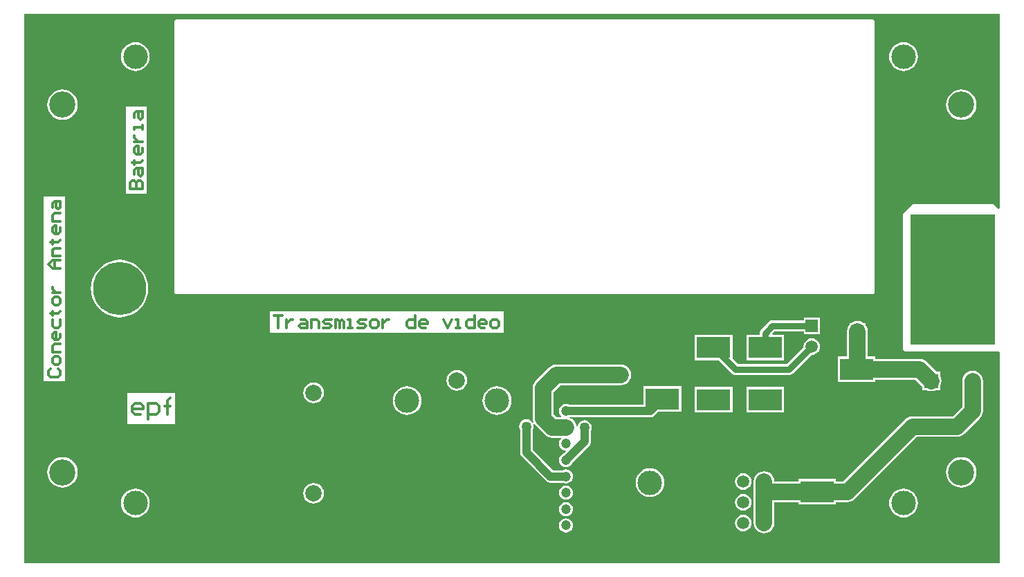
<source format=gtl>
%FSLAX25Y25*%
%MOIN*%
G70*
G01*
G75*
G04 Layer_Physical_Order=1*
G04 Layer_Color=255*
%ADD10R,0.05906X0.04331*%
%ADD11R,0.16142X0.10236*%
%ADD12C,0.07874*%
%ADD13C,0.03937*%
%ADD14C,0.03150*%
%ADD15C,0.01181*%
%ADD16R,0.41000X0.63000*%
%ADD17C,0.25590*%
%ADD18C,0.11811*%
%ADD19C,0.12598*%
%ADD20C,0.05906*%
%ADD21R,0.05906X0.05906*%
%ADD22C,0.06693*%
%ADD23R,0.06693X0.06693*%
%ADD24C,0.27559*%
%ADD25C,0.04724*%
%ADD26C,0.07874*%
%ADD27R,0.05906X0.05906*%
%ADD28C,0.05000*%
G36*
X471378Y172501D02*
X470916Y172309D01*
X468863Y174363D01*
X468467Y174627D01*
X468000Y174720D01*
X430000D01*
X429533Y174627D01*
X429137Y174363D01*
X425137Y170363D01*
X424873Y169967D01*
X424780Y169500D01*
Y105000D01*
X424873Y104533D01*
X425137Y104137D01*
X425533Y103873D01*
X426000Y103780D01*
X471000D01*
X471378Y103469D01*
Y1622D01*
X1622D01*
Y266378D01*
X471378D01*
Y172501D01*
D02*
G37*
%LPC*%
G36*
X19965Y52752D02*
X18534Y52611D01*
X17158Y52193D01*
X15890Y51516D01*
X14778Y50604D01*
X13866Y49492D01*
X13188Y48224D01*
X12771Y46848D01*
X12630Y45417D01*
X12771Y43986D01*
X13188Y42610D01*
X13866Y41342D01*
X14778Y40231D01*
X15890Y39319D01*
X17158Y38641D01*
X18534Y38224D01*
X19965Y38083D01*
X21396Y38224D01*
X22771Y38641D01*
X24039Y39319D01*
X25151Y40231D01*
X26063Y41342D01*
X26741Y42610D01*
X27158Y43986D01*
X27299Y45417D01*
X27158Y46848D01*
X26741Y48224D01*
X26063Y49492D01*
X25151Y50604D01*
X24039Y51516D01*
X22771Y52193D01*
X21396Y52611D01*
X19965Y52752D01*
D02*
G37*
G36*
X303000Y47439D02*
X301646Y47306D01*
X300345Y46911D01*
X299145Y46270D01*
X298093Y45407D01*
X297231Y44355D01*
X296589Y43155D01*
X296194Y41854D01*
X296061Y40500D01*
X296194Y39146D01*
X296589Y37845D01*
X297231Y36645D01*
X298093Y35593D01*
X299145Y34730D01*
X300345Y34089D01*
X301646Y33694D01*
X303000Y33561D01*
X304354Y33694D01*
X305655Y34089D01*
X306855Y34730D01*
X307907Y35593D01*
X308769Y36645D01*
X309411Y37845D01*
X309806Y39146D01*
X309939Y40500D01*
X309806Y41854D01*
X309411Y43155D01*
X308769Y44355D01*
X307907Y45407D01*
X306855Y46270D01*
X305655Y46911D01*
X304354Y47306D01*
X303000Y47439D01*
D02*
G37*
G36*
X348000Y44987D02*
X346968Y44851D01*
X346007Y44453D01*
X345181Y43819D01*
X344547Y42993D01*
X344149Y42032D01*
X344013Y41000D01*
X344149Y39968D01*
X344547Y39007D01*
X345181Y38181D01*
X346007Y37547D01*
X346968Y37149D01*
X348000Y37013D01*
X349032Y37149D01*
X349993Y37547D01*
X350819Y38181D01*
X351453Y39007D01*
X351851Y39968D01*
X351987Y41000D01*
X351851Y42032D01*
X351453Y42993D01*
X350819Y43819D01*
X349993Y44453D01*
X349032Y44851D01*
X348000Y44987D01*
D02*
G37*
G36*
X453035Y52752D02*
X451605Y52611D01*
X450229Y52193D01*
X448961Y51516D01*
X447849Y50604D01*
X446937Y49492D01*
X446259Y48224D01*
X445842Y46848D01*
X445701Y45417D01*
X445842Y43986D01*
X446259Y42610D01*
X446937Y41342D01*
X447849Y40231D01*
X448961Y39319D01*
X450229Y38641D01*
X451605Y38224D01*
X453035Y38083D01*
X454466Y38224D01*
X455842Y38641D01*
X457110Y39319D01*
X458222Y40231D01*
X459134Y41342D01*
X459812Y42610D01*
X460229Y43986D01*
X460370Y45417D01*
X460229Y46848D01*
X459812Y48224D01*
X459134Y49492D01*
X458222Y50604D01*
X457110Y51516D01*
X455842Y52193D01*
X454466Y52611D01*
X453035Y52752D01*
D02*
G37*
G36*
X458500Y94480D02*
X457211Y94310D01*
X456010Y93813D01*
X454979Y93021D01*
X454187Y91990D01*
X453690Y90789D01*
X453520Y89500D01*
Y77063D01*
X448937Y72480D01*
X429500D01*
X429500Y72480D01*
X428211Y72310D01*
X427010Y71812D01*
X425979Y71021D01*
X425979Y71021D01*
X396036Y41078D01*
X392571D01*
Y42217D01*
X374429D01*
Y41078D01*
X362969D01*
X362810Y42289D01*
X362313Y43490D01*
X361521Y44521D01*
X360490Y45312D01*
X359289Y45810D01*
X358000Y45980D01*
X356711Y45810D01*
X355510Y45312D01*
X354479Y44521D01*
X353688Y43490D01*
X353190Y42289D01*
X353020Y41000D01*
Y36500D01*
X353020Y36500D01*
X353020Y36500D01*
Y31000D01*
Y21000D01*
X353190Y19711D01*
X353688Y18510D01*
X354479Y17479D01*
X355510Y16688D01*
X356711Y16190D01*
X358000Y16020D01*
X359289Y16190D01*
X360490Y16688D01*
X361521Y17479D01*
X362313Y18510D01*
X362810Y19711D01*
X362980Y21000D01*
Y31000D01*
Y31119D01*
X374429D01*
Y29980D01*
X392571D01*
Y31119D01*
X398098D01*
X398098Y31119D01*
X399387Y31288D01*
X400237Y31640D01*
X400588Y31786D01*
X401619Y32577D01*
X431563Y62520D01*
X451000D01*
X451000Y62520D01*
X452289Y62690D01*
X453490Y63187D01*
X454521Y63979D01*
X462021Y71479D01*
X462021Y71479D01*
X462813Y72510D01*
X463310Y73711D01*
X463480Y75000D01*
X463480Y75000D01*
Y89500D01*
X463310Y90789D01*
X462813Y91990D01*
X462021Y93021D01*
X460990Y93813D01*
X459789Y94310D01*
X458500Y94480D01*
D02*
G37*
G36*
X186000Y86939D02*
X184646Y86806D01*
X183345Y86411D01*
X182145Y85769D01*
X181093Y84907D01*
X180230Y83855D01*
X179589Y82655D01*
X179194Y81354D01*
X179061Y80000D01*
X179194Y78646D01*
X179589Y77345D01*
X180230Y76145D01*
X181093Y75093D01*
X182145Y74230D01*
X183345Y73589D01*
X184646Y73194D01*
X186000Y73061D01*
X187354Y73194D01*
X188655Y73589D01*
X189855Y74230D01*
X190907Y75093D01*
X191770Y76145D01*
X192411Y77345D01*
X192806Y78646D01*
X192939Y80000D01*
X192806Y81354D01*
X192411Y82655D01*
X191770Y83855D01*
X190907Y84907D01*
X189855Y85769D01*
X188655Y86411D01*
X187354Y86806D01*
X186000Y86939D01*
D02*
G37*
G36*
X74048Y83553D02*
X51319D01*
Y68695D01*
X74048D01*
Y83553D01*
D02*
G37*
G36*
X257937Y97417D02*
X256648Y97247D01*
X255945Y96956D01*
X255447Y96750D01*
X254416Y95958D01*
X254416Y95958D01*
X247979Y89521D01*
X247187Y88490D01*
X246690Y87289D01*
X246520Y86000D01*
X246520Y86000D01*
Y71500D01*
X246520Y71500D01*
X246690Y70211D01*
X246965Y69549D01*
X246532Y69299D01*
X245996Y69996D01*
X245265Y70557D01*
X244414Y70910D01*
X243500Y71030D01*
X242586Y70910D01*
X241735Y70557D01*
X241004Y69996D01*
X240443Y69265D01*
X240090Y68414D01*
X239970Y67500D01*
X240090Y66586D01*
X240443Y65735D01*
X240506Y65653D01*
Y55000D01*
X240608Y54225D01*
X240696Y54014D01*
X240907Y53503D01*
X241383Y52883D01*
X252918Y41347D01*
X253538Y40872D01*
X253837Y40748D01*
X254260Y40573D01*
X255035Y40470D01*
X261017D01*
X261697Y40189D01*
X262575Y40073D01*
X263453Y40189D01*
X264270Y40528D01*
X264973Y41067D01*
X265512Y41769D01*
X265850Y42587D01*
X265966Y43465D01*
X265850Y44342D01*
X265512Y45160D01*
X264973Y45862D01*
X264270Y46401D01*
X263453Y46740D01*
X262575Y46856D01*
X261697Y46740D01*
X261017Y46459D01*
X256276D01*
X246494Y56240D01*
Y65653D01*
X246557Y65735D01*
X246910Y66586D01*
X247030Y67500D01*
X246910Y68414D01*
X246780Y68727D01*
X247213Y68977D01*
X247979Y67979D01*
X252392Y63565D01*
X252392Y63565D01*
X253424Y62774D01*
X254625Y62277D01*
X255913Y62107D01*
X260046D01*
X260207Y61633D01*
X260177Y61611D01*
X259638Y60908D01*
X259299Y60090D01*
X259184Y59213D01*
X259299Y58335D01*
X259638Y57517D01*
X260177Y56815D01*
X260879Y56276D01*
X261697Y55937D01*
X262234Y55866D01*
X262395Y55393D01*
X261559Y54557D01*
X260879Y54276D01*
X260177Y53737D01*
X259638Y53034D01*
X259299Y52216D01*
X259184Y51339D01*
X259299Y50461D01*
X259638Y49643D01*
X260177Y48941D01*
X260879Y48402D01*
X261697Y48063D01*
X262575Y47947D01*
X263453Y48063D01*
X264270Y48402D01*
X264973Y48941D01*
X265512Y49643D01*
X265793Y50323D01*
X273617Y58147D01*
X274093Y58767D01*
X274305Y59277D01*
X274392Y59489D01*
X274494Y60264D01*
Y65153D01*
X274557Y65235D01*
X274910Y66086D01*
X275030Y67000D01*
X274910Y67914D01*
X274557Y68765D01*
X273996Y69496D01*
X273265Y70057D01*
X272414Y70410D01*
X271500Y70530D01*
X270586Y70410D01*
X269735Y70057D01*
X269004Y69496D01*
X268443Y68765D01*
X268090Y67914D01*
X268018Y67365D01*
X267518D01*
X267385Y68375D01*
X266887Y69576D01*
X266096Y70608D01*
X265065Y71399D01*
X264132Y71785D01*
X264313Y71966D01*
X303172D01*
X303947Y72069D01*
X304158Y72156D01*
X304669Y72368D01*
X305289Y72843D01*
X307116Y74671D01*
X318071D01*
Y86907D01*
X299929D01*
Y77955D01*
X264132D01*
X263453Y78236D01*
X262575Y78352D01*
X261697Y78236D01*
X260879Y77898D01*
X260177Y77359D01*
X259638Y76656D01*
X259299Y75838D01*
X259184Y74961D01*
X259299Y74083D01*
X259638Y73265D01*
X260177Y72563D01*
X260207Y72540D01*
X260046Y72066D01*
X257976D01*
X256480Y73563D01*
Y83937D01*
X260000Y87457D01*
X289000D01*
X290289Y87627D01*
X291490Y88125D01*
X292521Y88916D01*
X292794Y89272D01*
X292953D01*
Y89478D01*
X293313Y89947D01*
X293810Y91148D01*
X293980Y92437D01*
X293810Y93726D01*
X293313Y94927D01*
X292953Y95396D01*
Y95602D01*
X292794D01*
X292521Y95958D01*
X291490Y96750D01*
X290289Y97247D01*
X289000Y97417D01*
X257937D01*
X257937Y97417D01*
D02*
G37*
G36*
X55081Y37546D02*
X53727Y37413D01*
X52425Y37018D01*
X51226Y36377D01*
X50174Y35514D01*
X49311Y34462D01*
X48670Y33263D01*
X48275Y31961D01*
X48142Y30607D01*
X48275Y29254D01*
X48670Y27952D01*
X49311Y26752D01*
X50174Y25701D01*
X51226Y24838D01*
X52425Y24196D01*
X53727Y23802D01*
X55081Y23668D01*
X56435Y23802D01*
X57736Y24196D01*
X58936Y24838D01*
X59987Y25701D01*
X60850Y26752D01*
X61492Y27952D01*
X61887Y29254D01*
X62020Y30607D01*
X61887Y31961D01*
X61492Y33263D01*
X60850Y34462D01*
X59987Y35514D01*
X58936Y36377D01*
X57736Y37018D01*
X56435Y37413D01*
X55081Y37546D01*
D02*
G37*
G36*
X425160D02*
X423806Y37413D01*
X422504Y37018D01*
X421305Y36377D01*
X420253Y35514D01*
X419390Y34462D01*
X418749Y33263D01*
X418354Y31961D01*
X418221Y30607D01*
X418354Y29254D01*
X418749Y27952D01*
X419390Y26752D01*
X420253Y25701D01*
X421305Y24838D01*
X422504Y24196D01*
X423806Y23802D01*
X425160Y23668D01*
X426513Y23802D01*
X427815Y24196D01*
X429015Y24838D01*
X430066Y25701D01*
X430929Y26752D01*
X431570Y27952D01*
X431965Y29254D01*
X432099Y30607D01*
X431965Y31961D01*
X431570Y33263D01*
X430929Y34462D01*
X430066Y35514D01*
X429015Y36377D01*
X427815Y37018D01*
X426513Y37413D01*
X425160Y37546D01*
D02*
G37*
G36*
X262575Y23234D02*
X261697Y23118D01*
X260879Y22779D01*
X260177Y22241D01*
X259638Y21538D01*
X259299Y20720D01*
X259184Y19842D01*
X259299Y18965D01*
X259638Y18147D01*
X260177Y17445D01*
X260879Y16906D01*
X261697Y16567D01*
X262575Y16451D01*
X263453Y16567D01*
X264270Y16906D01*
X264973Y17445D01*
X265512Y18147D01*
X265850Y18965D01*
X265966Y19842D01*
X265850Y20720D01*
X265512Y21538D01*
X264973Y22241D01*
X264270Y22779D01*
X263453Y23118D01*
X262575Y23234D01*
D02*
G37*
G36*
X348000Y24987D02*
X346968Y24851D01*
X346007Y24453D01*
X345181Y23819D01*
X344547Y22993D01*
X344149Y22032D01*
X344013Y21000D01*
X344149Y19968D01*
X344547Y19007D01*
X345181Y18181D01*
X346007Y17547D01*
X346968Y17149D01*
X348000Y17013D01*
X349032Y17149D01*
X349993Y17547D01*
X350819Y18181D01*
X351453Y19007D01*
X351851Y19968D01*
X351987Y21000D01*
X351851Y22032D01*
X351453Y22993D01*
X350819Y23819D01*
X349993Y24453D01*
X349032Y24851D01*
X348000Y24987D01*
D02*
G37*
G36*
X140961Y40295D02*
X139672Y40125D01*
X138471Y39627D01*
X137440Y38836D01*
X136648Y37805D01*
X136151Y36604D01*
X135981Y35315D01*
X136151Y34026D01*
X136648Y32825D01*
X137440Y31794D01*
X138471Y31003D01*
X139672Y30505D01*
X140961Y30335D01*
X142250Y30505D01*
X143450Y31003D01*
X144482Y31794D01*
X145273Y32825D01*
X145771Y34026D01*
X145940Y35315D01*
X145771Y36604D01*
X145273Y37805D01*
X144482Y38836D01*
X143450Y39627D01*
X142250Y40125D01*
X140961Y40295D01*
D02*
G37*
G36*
X262575Y38982D02*
X261697Y38866D01*
X260879Y38527D01*
X260177Y37988D01*
X259638Y37286D01*
X259299Y36468D01*
X259184Y35591D01*
X259299Y34713D01*
X259638Y33895D01*
X260177Y33193D01*
X260879Y32654D01*
X261697Y32315D01*
X262575Y32199D01*
X263453Y32315D01*
X264270Y32654D01*
X264973Y33193D01*
X265512Y33895D01*
X265850Y34713D01*
X265966Y35591D01*
X265850Y36468D01*
X265512Y37286D01*
X264973Y37988D01*
X264270Y38527D01*
X263453Y38866D01*
X262575Y38982D01*
D02*
G37*
G36*
Y31108D02*
X261697Y30992D01*
X260879Y30653D01*
X260177Y30114D01*
X259638Y29412D01*
X259299Y28594D01*
X259184Y27716D01*
X259299Y26839D01*
X259638Y26021D01*
X260177Y25319D01*
X260879Y24780D01*
X261697Y24441D01*
X262575Y24325D01*
X263453Y24441D01*
X264270Y24780D01*
X264973Y25319D01*
X265512Y26021D01*
X265850Y26839D01*
X265966Y27716D01*
X265850Y28594D01*
X265512Y29412D01*
X264973Y30114D01*
X264270Y30653D01*
X263453Y30992D01*
X262575Y31108D01*
D02*
G37*
G36*
X348000Y34987D02*
X346968Y34851D01*
X346007Y34453D01*
X345181Y33819D01*
X344547Y32993D01*
X344149Y32032D01*
X344013Y31000D01*
X344149Y29968D01*
X344547Y29007D01*
X345181Y28181D01*
X346007Y27547D01*
X346968Y27149D01*
X348000Y27013D01*
X349032Y27149D01*
X349993Y27547D01*
X350819Y28181D01*
X351453Y29007D01*
X351851Y29968D01*
X351987Y31000D01*
X351851Y32032D01*
X351453Y32993D01*
X350819Y33819D01*
X349993Y34453D01*
X349032Y34851D01*
X348000Y34987D01*
D02*
G37*
G36*
X229307Y86939D02*
X227953Y86806D01*
X226652Y86411D01*
X225452Y85769D01*
X224400Y84907D01*
X223538Y83855D01*
X222896Y82655D01*
X222501Y81354D01*
X222368Y80000D01*
X222501Y78646D01*
X222896Y77345D01*
X223538Y76145D01*
X224400Y75093D01*
X225452Y74230D01*
X226652Y73589D01*
X227953Y73194D01*
X229307Y73061D01*
X230661Y73194D01*
X231962Y73589D01*
X233162Y74230D01*
X234214Y75093D01*
X235077Y76145D01*
X235718Y77345D01*
X236113Y78646D01*
X236246Y80000D01*
X236113Y81354D01*
X235718Y82655D01*
X235077Y83855D01*
X234214Y84907D01*
X233162Y85769D01*
X231962Y86411D01*
X230661Y86806D01*
X229307Y86939D01*
D02*
G37*
G36*
X410000Y263720D02*
X75000D01*
X74533Y263627D01*
X74137Y263363D01*
X73873Y262967D01*
X73780Y262500D01*
Y132500D01*
X73873Y132033D01*
X74137Y131637D01*
X74533Y131373D01*
X75000Y131280D01*
X410000D01*
X410467Y131373D01*
X410863Y131637D01*
X411127Y132033D01*
X411220Y132500D01*
X411220Y132500D01*
X411220Y132500D01*
Y132500D01*
Y262500D01*
X411127Y262967D01*
X410863Y263363D01*
X410467Y263627D01*
X410000Y263720D01*
D02*
G37*
G36*
X60681Y221571D02*
X50415D01*
Y179819D01*
X60681D01*
Y221571D01*
D02*
G37*
G36*
X232414Y123085D02*
X119819D01*
Y112819D01*
X232414D01*
Y123085D01*
D02*
G37*
G36*
X47524Y147838D02*
X45359Y147668D01*
X43248Y147161D01*
X41241Y146330D01*
X39390Y145195D01*
X37739Y143785D01*
X36329Y142134D01*
X35194Y140282D01*
X34363Y138276D01*
X33856Y136165D01*
X33686Y134000D01*
X33856Y131835D01*
X34363Y129724D01*
X35194Y127718D01*
X36329Y125866D01*
X37739Y124215D01*
X39390Y122805D01*
X41241Y121670D01*
X43248Y120839D01*
X45359Y120332D01*
X47524Y120162D01*
X49688Y120332D01*
X51800Y120839D01*
X53806Y121670D01*
X55657Y122805D01*
X57309Y124215D01*
X58719Y125866D01*
X59853Y127718D01*
X60684Y129724D01*
X61191Y131835D01*
X61361Y134000D01*
X61191Y136165D01*
X60684Y138276D01*
X59853Y140282D01*
X58719Y142134D01*
X57309Y143785D01*
X55657Y145195D01*
X53806Y146330D01*
X51800Y147161D01*
X49688Y147668D01*
X47524Y147838D01*
D02*
G37*
G36*
X55081Y252660D02*
X53727Y252527D01*
X52425Y252132D01*
X51226Y251491D01*
X50174Y250628D01*
X49311Y249576D01*
X48670Y248377D01*
X48275Y247075D01*
X48142Y245721D01*
X48275Y244368D01*
X48670Y243066D01*
X49311Y241866D01*
X50174Y240815D01*
X51226Y239952D01*
X52425Y239311D01*
X53727Y238916D01*
X55081Y238782D01*
X56435Y238916D01*
X57736Y239311D01*
X58936Y239952D01*
X59987Y240815D01*
X60850Y241866D01*
X61492Y243066D01*
X61887Y244368D01*
X62020Y245721D01*
X61887Y247075D01*
X61492Y248377D01*
X60850Y249576D01*
X59987Y250628D01*
X58936Y251491D01*
X57736Y252132D01*
X56435Y252527D01*
X55081Y252660D01*
D02*
G37*
G36*
X425160D02*
X423806Y252527D01*
X422504Y252132D01*
X421305Y251491D01*
X420253Y250628D01*
X419390Y249576D01*
X418749Y248377D01*
X418354Y247075D01*
X418221Y245721D01*
X418354Y244368D01*
X418749Y243066D01*
X419390Y241866D01*
X420253Y240815D01*
X421305Y239952D01*
X422504Y239311D01*
X423806Y238916D01*
X425160Y238782D01*
X426513Y238916D01*
X427815Y239311D01*
X429015Y239952D01*
X430066Y240815D01*
X430929Y241866D01*
X431570Y243066D01*
X431965Y244368D01*
X432099Y245721D01*
X431965Y247075D01*
X431570Y248377D01*
X430929Y249576D01*
X430066Y250628D01*
X429015Y251491D01*
X427815Y252132D01*
X426513Y252527D01*
X425160Y252660D01*
D02*
G37*
G36*
X19965Y229917D02*
X18534Y229776D01*
X17158Y229359D01*
X15890Y228681D01*
X14778Y227769D01*
X13866Y226658D01*
X13188Y225390D01*
X12771Y224014D01*
X12630Y222583D01*
X12771Y221152D01*
X13188Y219776D01*
X13866Y218508D01*
X14778Y217396D01*
X15890Y216484D01*
X17158Y215807D01*
X18534Y215389D01*
X19965Y215248D01*
X21396Y215389D01*
X22771Y215807D01*
X24039Y216484D01*
X25151Y217396D01*
X26063Y218508D01*
X26741Y219776D01*
X27158Y221152D01*
X27299Y222583D01*
X27158Y224014D01*
X26741Y225390D01*
X26063Y226658D01*
X25151Y227769D01*
X24039Y228681D01*
X22771Y229359D01*
X21396Y229776D01*
X19965Y229917D01*
D02*
G37*
G36*
X453035D02*
X451605Y229776D01*
X450229Y229359D01*
X448961Y228681D01*
X447849Y227769D01*
X446937Y226658D01*
X446259Y225390D01*
X445842Y224014D01*
X445701Y222583D01*
X445842Y221152D01*
X446259Y219776D01*
X446937Y218508D01*
X447849Y217396D01*
X448961Y216484D01*
X450229Y215807D01*
X451605Y215389D01*
X453035Y215248D01*
X454466Y215389D01*
X455842Y215807D01*
X457110Y216484D01*
X458222Y217396D01*
X459134Y218508D01*
X459812Y219776D01*
X460229Y221152D01*
X460370Y222583D01*
X460229Y224014D01*
X459812Y225390D01*
X459134Y226658D01*
X458222Y227769D01*
X457110Y228681D01*
X455842Y229359D01*
X454466Y229776D01*
X453035Y229917D01*
D02*
G37*
G36*
X140961Y88720D02*
X139672Y88550D01*
X138471Y88053D01*
X137440Y87261D01*
X136648Y86230D01*
X136151Y85029D01*
X135981Y83740D01*
X136151Y82451D01*
X136648Y81250D01*
X137440Y80219D01*
X138471Y79428D01*
X139672Y78930D01*
X140961Y78760D01*
X142250Y78930D01*
X143450Y79428D01*
X144482Y80219D01*
X145273Y81250D01*
X145771Y82451D01*
X145940Y83740D01*
X145771Y85029D01*
X145273Y86230D01*
X144482Y87261D01*
X143450Y88053D01*
X142250Y88550D01*
X140961Y88720D01*
D02*
G37*
G36*
X403000Y118480D02*
X401711Y118310D01*
X400510Y117813D01*
X400041Y117453D01*
X399047D01*
Y116459D01*
X398688Y115990D01*
X398190Y114789D01*
X398020Y113500D01*
Y101216D01*
X393429D01*
Y88980D01*
X411571D01*
Y90119D01*
X430839D01*
X434154Y86804D01*
Y85154D01*
X436092D01*
X437211Y84690D01*
X438500Y84520D01*
X439789Y84690D01*
X440908Y85154D01*
X442846D01*
Y87092D01*
X443310Y88211D01*
X443480Y89500D01*
X443310Y90789D01*
X442846Y91908D01*
Y93846D01*
X441196D01*
X436423Y98620D01*
X435391Y99411D01*
X434190Y99908D01*
X432902Y100078D01*
X432901Y100078D01*
X411571D01*
Y101216D01*
X407980D01*
Y113500D01*
X407810Y114789D01*
X407312Y115990D01*
X406953Y116459D01*
Y117453D01*
X405959D01*
X405490Y117813D01*
X404289Y118310D01*
X403000Y118480D01*
D02*
G37*
G36*
X342776Y86520D02*
X324634D01*
Y74283D01*
X342776D01*
Y86520D01*
D02*
G37*
G36*
X367571D02*
X349429D01*
Y74283D01*
X367571D01*
Y86520D01*
D02*
G37*
G36*
X342776Y111716D02*
X324634D01*
Y99480D01*
X336150D01*
X342467Y93164D01*
D01*
X342467D01*
X342467Y93164D01*
X342467Y93164D01*
X342467D01*
D01*
X342467D01*
X342467Y93164D01*
Y93164D01*
X342467Y93164D01*
Y93164D01*
X343005Y92751D01*
X343631Y92492D01*
X344303Y92403D01*
X370000D01*
X370672Y92492D01*
X371299Y92751D01*
X371836Y93164D01*
X380722Y102050D01*
X381000Y102013D01*
X382032Y102149D01*
X382993Y102547D01*
X383819Y103181D01*
X384453Y104007D01*
X384851Y104968D01*
X384987Y106000D01*
X384851Y107032D01*
X384453Y107993D01*
X383819Y108819D01*
X382993Y109453D01*
X382032Y109851D01*
X381000Y109987D01*
X379968Y109851D01*
X379007Y109453D01*
X378181Y108819D01*
X377547Y107993D01*
X377149Y107032D01*
X377013Y106000D01*
X377050Y105722D01*
X368924Y97597D01*
X345379D01*
X342776Y100200D01*
Y111716D01*
D02*
G37*
G36*
X384953Y119953D02*
X377047D01*
Y118597D01*
X362000D01*
X361328Y118509D01*
X360701Y118249D01*
X360164Y117836D01*
X356664Y114336D01*
X356251Y113798D01*
X355992Y113172D01*
X355903Y112500D01*
Y111716D01*
X349429D01*
Y99480D01*
X367571D01*
Y111716D01*
X362043D01*
X361851Y112179D01*
X363076Y113403D01*
X377047D01*
Y112047D01*
X384953D01*
Y119953D01*
D02*
G37*
G36*
X210016Y94704D02*
X208727Y94534D01*
X207526Y94037D01*
X206495Y93246D01*
X205703Y92214D01*
X205206Y91013D01*
X205036Y89724D01*
X205206Y88436D01*
X205703Y87235D01*
X206495Y86203D01*
X207526Y85412D01*
X208727Y84914D01*
X210016Y84745D01*
X211305Y84914D01*
X212506Y85412D01*
X213537Y86203D01*
X214328Y87235D01*
X214826Y88436D01*
X214995Y89724D01*
X214826Y91013D01*
X214328Y92214D01*
X213537Y93246D01*
X212506Y94037D01*
X211305Y94534D01*
X210016Y94704D01*
D02*
G37*
G36*
X21181Y178299D02*
X10915D01*
Y89319D01*
X21181D01*
Y178299D01*
D02*
G37*
%LPD*%
D10*
X279000Y92437D02*
D03*
Y84563D02*
D03*
X289000Y92437D02*
D03*
Y84563D02*
D03*
D11*
X309000Y80789D02*
D03*
Y105986D02*
D03*
X333705Y105598D02*
D03*
Y80402D02*
D03*
X358500Y105598D02*
D03*
Y80402D02*
D03*
X383500Y36098D02*
D03*
Y10902D02*
D03*
X402500Y95098D02*
D03*
Y69902D02*
D03*
D12*
X403000Y95598D02*
Y113500D01*
X402500Y95098D02*
X403000Y95598D01*
X402500Y95098D02*
X432902D01*
X438500Y89500D01*
X255913Y67087D02*
X262575D01*
X251500Y71500D02*
X255913Y67087D01*
X251500Y71500D02*
Y86000D01*
X257937Y92437D01*
X279000D01*
X289000D01*
X358402Y36098D02*
X383500D01*
X358000Y21000D02*
Y31000D01*
Y36500D01*
Y41000D01*
Y36500D02*
X358402Y36098D01*
X383500D02*
X398098D01*
X429500Y67500D01*
X451000D01*
X458500Y75000D01*
Y89500D01*
D13*
X262575Y74961D02*
X303172D01*
X309000Y80789D01*
X262575Y51339D02*
X271500Y60264D01*
Y67000D01*
X255035Y43465D02*
X262575D01*
X243500Y55000D02*
X255035Y43465D01*
X243500Y55000D02*
Y67500D01*
D14*
X370000Y95000D02*
X381000Y106000D01*
X344303Y95000D02*
X370000D01*
X333705Y105598D02*
X344303Y95000D01*
X362000Y116000D02*
X381000D01*
X358500Y112500D02*
X362000Y116000D01*
X358500Y105598D02*
Y112500D01*
D15*
X14080Y95436D02*
X13096Y94452D01*
Y92484D01*
X14080Y91500D01*
X18016D01*
X19000Y92484D01*
Y94452D01*
X18016Y95436D01*
X19000Y98387D02*
Y100355D01*
X18016Y101339D01*
X16048D01*
X15064Y100355D01*
Y98387D01*
X16048Y97404D01*
X18016D01*
X19000Y98387D01*
Y103307D02*
X15064D01*
Y106259D01*
X16048Y107243D01*
X19000D01*
Y112163D02*
Y110195D01*
X18016Y109211D01*
X16048D01*
X15064Y110195D01*
Y112163D01*
X16048Y113146D01*
X17032D01*
Y109211D01*
X15064Y119050D02*
Y116098D01*
X16048Y115114D01*
X18016D01*
X19000Y116098D01*
Y119050D01*
X14080Y122002D02*
X15064D01*
Y121018D01*
Y122986D01*
Y122002D01*
X18016D01*
X19000Y122986D01*
Y126922D02*
Y128890D01*
X18016Y129873D01*
X16048D01*
X15064Y128890D01*
Y126922D01*
X16048Y125938D01*
X18016D01*
X19000Y126922D01*
X15064Y131841D02*
X19000D01*
X17032D01*
X16048Y132825D01*
X15064Y133809D01*
Y134793D01*
X19000Y143649D02*
X15064D01*
X13096Y145616D01*
X15064Y147584D01*
X19000D01*
X16048D01*
Y143649D01*
X19000Y149552D02*
X15064D01*
Y152504D01*
X16048Y153488D01*
X19000D01*
X14080Y156440D02*
X15064D01*
Y155456D01*
Y157423D01*
Y156440D01*
X18016D01*
X19000Y157423D01*
Y163327D02*
Y161359D01*
X18016Y160375D01*
X16048D01*
X15064Y161359D01*
Y163327D01*
X16048Y164311D01*
X17032D01*
Y160375D01*
X19000Y166279D02*
X15064D01*
Y169231D01*
X16048Y170215D01*
X19000D01*
X15064Y173167D02*
Y175134D01*
X16048Y176118D01*
X19000D01*
Y173167D01*
X18016Y172183D01*
X17032Y173167D01*
Y176118D01*
X122000Y120904D02*
X125936D01*
X123968D01*
Y115000D01*
X127904Y118936D02*
Y115000D01*
Y116968D01*
X128887Y117952D01*
X129871Y118936D01*
X130855D01*
X134791D02*
X136759D01*
X137743Y117952D01*
Y115000D01*
X134791D01*
X133807Y115984D01*
X134791Y116968D01*
X137743D01*
X139711Y115000D02*
Y118936D01*
X142663D01*
X143647Y117952D01*
Y115000D01*
X145614D02*
X148566D01*
X149550Y115984D01*
X148566Y116968D01*
X146598D01*
X145614Y117952D01*
X146598Y118936D01*
X149550D01*
X151518Y115000D02*
Y118936D01*
X152502D01*
X153486Y117952D01*
Y115000D01*
Y117952D01*
X154470Y118936D01*
X155454Y117952D01*
Y115000D01*
X157422D02*
X159389D01*
X158405D01*
Y118936D01*
X157422D01*
X162341Y115000D02*
X165293D01*
X166277Y115984D01*
X165293Y116968D01*
X163325D01*
X162341Y117952D01*
X163325Y118936D01*
X166277D01*
X169229Y115000D02*
X171197D01*
X172181Y115984D01*
Y117952D01*
X171197Y118936D01*
X169229D01*
X168245Y117952D01*
Y115984D01*
X169229Y115000D01*
X174148Y118936D02*
Y115000D01*
Y116968D01*
X175132Y117952D01*
X176116Y118936D01*
X177100D01*
X189891Y120904D02*
Y115000D01*
X186940D01*
X185956Y115984D01*
Y117952D01*
X186940Y118936D01*
X189891D01*
X194811Y115000D02*
X192843D01*
X191859Y115984D01*
Y117952D01*
X192843Y118936D01*
X194811D01*
X195795Y117952D01*
Y116968D01*
X191859D01*
X203666Y118936D02*
X205634Y115000D01*
X207602Y118936D01*
X209570Y115000D02*
X211538D01*
X210554D01*
Y118936D01*
X209570D01*
X218425Y120904D02*
Y115000D01*
X215474D01*
X214490Y115984D01*
Y117952D01*
X215474Y118936D01*
X218425D01*
X223345Y115000D02*
X221377D01*
X220393Y115984D01*
Y117952D01*
X221377Y118936D01*
X223345D01*
X224329Y117952D01*
Y116968D01*
X220393D01*
X227281Y115000D02*
X229249D01*
X230233Y115984D01*
Y117952D01*
X229249Y118936D01*
X227281D01*
X226297Y117952D01*
Y115984D01*
X227281Y115000D01*
X52596Y182000D02*
X58500D01*
Y184952D01*
X57516Y185936D01*
X56532D01*
X55548Y184952D01*
Y182000D01*
Y184952D01*
X54564Y185936D01*
X53580D01*
X52596Y184952D01*
Y182000D01*
X54564Y188888D02*
Y190855D01*
X55548Y191839D01*
X58500D01*
Y188888D01*
X57516Y187904D01*
X56532Y188888D01*
Y191839D01*
X53580Y194791D02*
X54564D01*
Y193807D01*
Y195775D01*
Y194791D01*
X57516D01*
X58500Y195775D01*
Y201679D02*
Y199711D01*
X57516Y198727D01*
X55548D01*
X54564Y199711D01*
Y201679D01*
X55548Y202663D01*
X56532D01*
Y198727D01*
X54564Y204630D02*
X58500D01*
X56532D01*
X55548Y205614D01*
X54564Y206598D01*
Y207582D01*
X58500Y210534D02*
Y212502D01*
Y211518D01*
X54564D01*
Y210534D01*
Y216438D02*
Y218406D01*
X55548Y219390D01*
X58500D01*
Y216438D01*
X57516Y215454D01*
X56532Y216438D01*
Y219390D01*
X57436Y73500D02*
X54812D01*
X53500Y74812D01*
Y77436D01*
X54812Y78748D01*
X57436D01*
X58748Y77436D01*
Y76124D01*
X53500D01*
X61371Y70876D02*
Y78748D01*
X65307D01*
X66619Y77436D01*
Y74812D01*
X65307Y73500D01*
X61371D01*
X70555D02*
Y80060D01*
Y77436D01*
X69243D01*
X71867D01*
X70555D01*
Y80060D01*
X71867Y81371D01*
D16*
X449000Y138500D02*
D03*
D17*
X47524Y134000D02*
D03*
D18*
X425160Y245721D02*
D03*
Y30607D02*
D03*
X55081Y245721D02*
D03*
Y30607D02*
D03*
X229307Y80000D02*
D03*
X186000D02*
D03*
X285992Y23492D02*
D03*
X320008Y57508D02*
D03*
Y23492D02*
D03*
X285992Y57508D02*
D03*
X303000Y40500D02*
D03*
D19*
X453035Y222583D02*
D03*
Y45417D02*
D03*
X19965Y222583D02*
D03*
Y45417D02*
D03*
D20*
X381000Y96000D02*
D03*
Y106000D02*
D03*
X348000Y41000D02*
D03*
X338000Y31000D02*
D03*
X348000D02*
D03*
X338000Y21000D02*
D03*
X348000D02*
D03*
X358000D02*
D03*
Y31000D02*
D03*
Y41000D02*
D03*
X413000Y113500D02*
D03*
D21*
X381000Y116000D02*
D03*
X338000Y41000D02*
D03*
D22*
X458500Y89500D02*
D03*
X448500D02*
D03*
D23*
X438500D02*
D03*
D24*
X448400Y155100D02*
D03*
D25*
X262575Y19842D02*
D03*
Y27716D02*
D03*
Y35591D02*
D03*
Y43465D02*
D03*
Y51339D02*
D03*
Y59213D02*
D03*
Y67087D02*
D03*
Y74961D02*
D03*
Y82835D02*
D03*
D26*
X210016Y89724D02*
D03*
X140961Y35315D02*
D03*
Y83740D02*
D03*
D27*
X403000Y113500D02*
D03*
D28*
X271500Y67000D02*
D03*
X333500Y80000D02*
D03*
X243500Y67500D02*
D03*
X359000Y80000D02*
D03*
M02*

</source>
